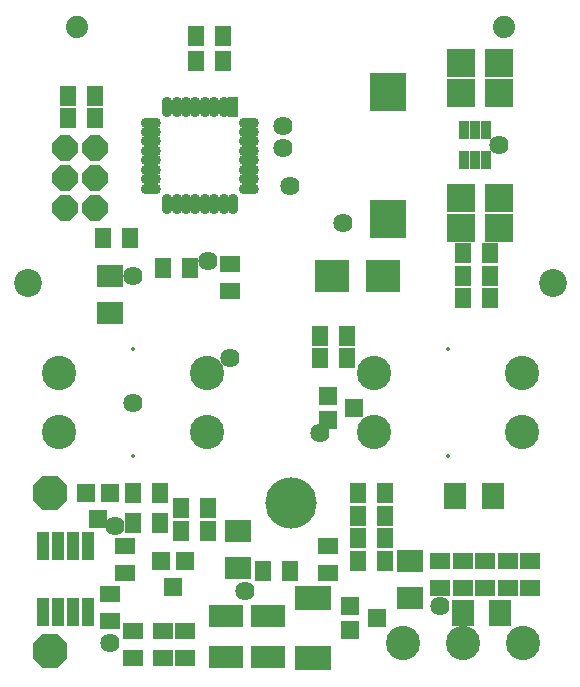
<source format=gts>
%FSLAX23Y23*%
%MOIN*%
G70*
G01*
G75*
G04 Layer_Color=8388736*
%ADD10C,0.030*%
%ADD11C,0.020*%
%ADD12C,0.012*%
%ADD13C,0.010*%
%ADD14R,0.024X0.047*%
%ADD15R,0.039X0.051*%
%ADD16R,0.110X0.115*%
%ADD17R,0.098X0.091*%
%ADD18R,0.060X0.074*%
%ADD19R,0.080X0.080*%
%ADD20R,0.074X0.060*%
%ADD21R,0.051X0.039*%
%ADD22O,0.053X0.022*%
%ADD23O,0.022X0.053*%
%ADD24R,0.022X0.053*%
%ADD25R,0.026X0.079*%
%ADD26R,0.106X0.033*%
%ADD27R,0.110X0.070*%
%ADD28R,0.050X0.050*%
%ADD29R,0.050X0.050*%
%ADD30R,0.100X0.060*%
%ADD31C,0.015*%
%ADD32C,0.008*%
%ADD33C,0.157*%
%ADD34C,0.100*%
%ADD35P,0.108X8X112.5*%
%ADD36C,0.060*%
%ADD37C,0.089*%
%ADD38P,0.076X8X202.5*%
%ADD39R,0.062X0.070*%
%ADD40O,0.062X0.070*%
%ADD41C,0.079*%
%ADD42C,0.050*%
%ADD43C,0.006*%
%ADD44C,0.008*%
%ADD45C,0.004*%
%ADD46C,0.025*%
%ADD47C,0.024*%
%ADD48C,0.010*%
%ADD49C,0.016*%
%ADD50C,0.012*%
%ADD51C,0.006*%
%ADD52C,0.002*%
%ADD53R,0.098X0.051*%
%ADD54R,0.038X0.061*%
%ADD55R,0.053X0.065*%
%ADD56R,0.124X0.129*%
%ADD57R,0.112X0.105*%
%ADD58R,0.074X0.088*%
%ADD59R,0.094X0.094*%
%ADD60R,0.088X0.074*%
%ADD61R,0.065X0.053*%
%ADD62O,0.067X0.036*%
%ADD63O,0.036X0.067*%
%ADD64R,0.036X0.067*%
%ADD65R,0.040X0.093*%
%ADD66R,0.124X0.084*%
%ADD67R,0.064X0.064*%
%ADD68R,0.064X0.064*%
%ADD69R,0.114X0.074*%
%ADD70C,0.171*%
%ADD71C,0.014*%
%ADD72C,0.114*%
%ADD73P,0.123X8X112.5*%
%ADD74C,0.074*%
%ADD75P,0.091X8X202.5*%
%ADD76C,0.093*%
%ADD77C,0.064*%
D54*
X1453Y1709D02*
D03*
X1490D02*
D03*
X1527D02*
D03*
Y1811D02*
D03*
X1490D02*
D03*
X1453D02*
D03*
D55*
X1065Y1125D02*
D03*
X975D02*
D03*
X1540Y1400D02*
D03*
X875Y340D02*
D03*
X785D02*
D03*
X340Y1450D02*
D03*
X250D02*
D03*
X510Y550D02*
D03*
X600D02*
D03*
X350Y600D02*
D03*
X440D02*
D03*
X560Y2040D02*
D03*
X650D02*
D03*
X450Y1350D02*
D03*
X540D02*
D03*
X1100Y600D02*
D03*
X1190D02*
D03*
X560Y2125D02*
D03*
X650D02*
D03*
X135Y1850D02*
D03*
X225D02*
D03*
X1190Y375D02*
D03*
X1100D02*
D03*
Y450D02*
D03*
X1190D02*
D03*
Y525D02*
D03*
X1100D02*
D03*
X1540Y1325D02*
D03*
X1450D02*
D03*
Y1250D02*
D03*
X1540D02*
D03*
X975Y1050D02*
D03*
X1065D02*
D03*
X225Y1925D02*
D03*
X135D02*
D03*
X350Y500D02*
D03*
X440D02*
D03*
X510Y475D02*
D03*
X600D02*
D03*
X1450Y1400D02*
D03*
D56*
X1200Y1938D02*
D03*
Y1512D02*
D03*
D57*
X1185Y1325D02*
D03*
X1015D02*
D03*
D58*
X1425Y590D02*
D03*
X1550D02*
D03*
X1450Y200D02*
D03*
X1575D02*
D03*
D59*
X1445Y1585D02*
D03*
X1570D02*
D03*
X1445Y1485D02*
D03*
X1570D02*
D03*
Y1935D02*
D03*
X1445D02*
D03*
Y2035D02*
D03*
X1570D02*
D03*
D60*
X1275Y250D02*
D03*
Y375D02*
D03*
X700Y350D02*
D03*
Y475D02*
D03*
X275Y1325D02*
D03*
Y1200D02*
D03*
D61*
X350Y140D02*
D03*
Y50D02*
D03*
X325Y335D02*
D03*
Y425D02*
D03*
X275Y175D02*
D03*
Y265D02*
D03*
X1375Y375D02*
D03*
Y285D02*
D03*
X675Y1365D02*
D03*
Y1275D02*
D03*
X1000Y335D02*
D03*
Y425D02*
D03*
X1675Y285D02*
D03*
Y375D02*
D03*
X1600D02*
D03*
Y285D02*
D03*
X1525Y375D02*
D03*
Y285D02*
D03*
X1450Y375D02*
D03*
Y285D02*
D03*
X525Y140D02*
D03*
Y50D02*
D03*
X450Y140D02*
D03*
Y50D02*
D03*
D62*
X738Y1835D02*
D03*
Y1804D02*
D03*
Y1772D02*
D03*
Y1741D02*
D03*
Y1709D02*
D03*
Y1678D02*
D03*
Y1646D02*
D03*
Y1615D02*
D03*
X412D02*
D03*
Y1646D02*
D03*
Y1678D02*
D03*
Y1709D02*
D03*
Y1741D02*
D03*
Y1772D02*
D03*
Y1804D02*
D03*
Y1835D02*
D03*
D63*
X685Y1562D02*
D03*
X654D02*
D03*
X622D02*
D03*
X591D02*
D03*
X559D02*
D03*
X528D02*
D03*
X496D02*
D03*
X465D02*
D03*
Y1888D02*
D03*
X496D02*
D03*
X528D02*
D03*
X559D02*
D03*
X591D02*
D03*
X622D02*
D03*
X654D02*
D03*
D64*
X685D02*
D03*
D65*
X150Y425D02*
D03*
X200D02*
D03*
X100D02*
D03*
X50D02*
D03*
Y205D02*
D03*
X100D02*
D03*
X150D02*
D03*
X200D02*
D03*
D66*
X950Y250D02*
D03*
Y50D02*
D03*
D67*
X1075Y145D02*
D03*
Y225D02*
D03*
X1163Y185D02*
D03*
X1000Y845D02*
D03*
Y925D02*
D03*
X1088Y885D02*
D03*
D68*
X445Y375D02*
D03*
X525D02*
D03*
X485Y287D02*
D03*
X235Y512D02*
D03*
X275Y600D02*
D03*
X195D02*
D03*
D69*
X800Y190D02*
D03*
X660D02*
D03*
Y55D02*
D03*
X800D02*
D03*
D70*
X876Y568D02*
D03*
D71*
X350Y724D02*
D03*
Y1079D02*
D03*
X1401Y724D02*
D03*
Y1079D02*
D03*
D72*
X1250Y100D02*
D03*
X1450D02*
D03*
X1650D02*
D03*
X1647Y1000D02*
D03*
X104D02*
D03*
X1155Y803D02*
D03*
X104Y803D02*
D03*
X596D02*
D03*
Y1000D02*
D03*
X1155Y1000D02*
D03*
X1647Y803D02*
D03*
D73*
X75Y600D02*
D03*
Y75D02*
D03*
D74*
X1589Y2154D02*
D03*
X163D02*
D03*
D75*
X225Y1550D02*
D03*
X125D02*
D03*
X225Y1650D02*
D03*
X125D02*
D03*
Y1750D02*
D03*
X225D02*
D03*
D76*
X1750Y1300D02*
D03*
X0D02*
D03*
D77*
X1570Y1760D02*
D03*
X875Y1625D02*
D03*
X850Y1750D02*
D03*
X275Y100D02*
D03*
X350Y900D02*
D03*
X1050Y1500D02*
D03*
X675Y1050D02*
D03*
X975Y800D02*
D03*
X1375Y225D02*
D03*
X725Y275D02*
D03*
X600Y1375D02*
D03*
X850Y1825D02*
D03*
X350Y1325D02*
D03*
X290Y490D02*
D03*
M02*

</source>
